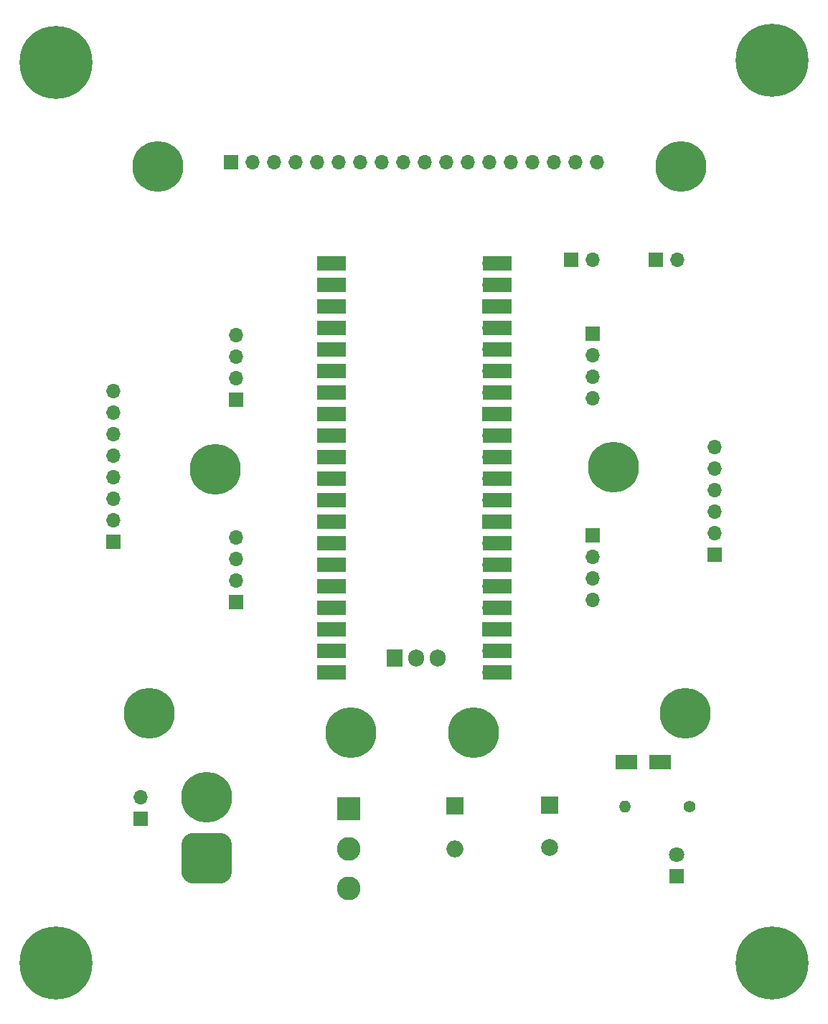
<source format=gbr>
%TF.GenerationSoftware,KiCad,Pcbnew,(6.0.9)*%
%TF.CreationDate,2022-12-13T13:02:29-05:00*%
%TF.ProjectId,Team5_Coaster_post_mdr,5465616d-355f-4436-9f61-737465725f70,rev?*%
%TF.SameCoordinates,Original*%
%TF.FileFunction,Soldermask,Top*%
%TF.FilePolarity,Negative*%
%FSLAX46Y46*%
G04 Gerber Fmt 4.6, Leading zero omitted, Abs format (unit mm)*
G04 Created by KiCad (PCBNEW (6.0.9)) date 2022-12-13 13:02:29*
%MOMM*%
%LPD*%
G01*
G04 APERTURE LIST*
G04 Aperture macros list*
%AMRoundRect*
0 Rectangle with rounded corners*
0 $1 Rounding radius*
0 $2 $3 $4 $5 $6 $7 $8 $9 X,Y pos of 4 corners*
0 Add a 4 corners polygon primitive as box body*
4,1,4,$2,$3,$4,$5,$6,$7,$8,$9,$2,$3,0*
0 Add four circle primitives for the rounded corners*
1,1,$1+$1,$2,$3*
1,1,$1+$1,$4,$5*
1,1,$1+$1,$6,$7*
1,1,$1+$1,$8,$9*
0 Add four rect primitives between the rounded corners*
20,1,$1+$1,$2,$3,$4,$5,0*
20,1,$1+$1,$4,$5,$6,$7,0*
20,1,$1+$1,$6,$7,$8,$9,0*
20,1,$1+$1,$8,$9,$2,$3,0*%
G04 Aperture macros list end*
%ADD10C,6.000000*%
%ADD11R,1.700000X1.700000*%
%ADD12O,1.700000X1.700000*%
%ADD13R,2.794000X2.794000*%
%ADD14C,2.794000*%
%ADD15C,0.900000*%
%ADD16C,8.600000*%
%ADD17R,2.500000X1.700000*%
%ADD18R,1.800000X1.800000*%
%ADD19C,1.800000*%
%ADD20R,2.000000X2.000000*%
%ADD21O,2.000000X2.000000*%
%ADD22C,2.000000*%
%ADD23R,1.905000X2.000000*%
%ADD24O,1.905000X2.000000*%
%ADD25RoundRect,1.500000X1.500000X-1.500000X1.500000X1.500000X-1.500000X1.500000X-1.500000X-1.500000X0*%
%ADD26C,1.400000*%
%ADD27O,1.400000X1.400000*%
%ADD28R,3.500000X1.700000*%
G04 APERTURE END LIST*
D10*
%TO.C,J11*%
X95500000Y-131750000D03*
%TD*%
D11*
%TO.C,RF1*%
X147775000Y-86950000D03*
D12*
X147775000Y-89490000D03*
X147775000Y-92030000D03*
X147775000Y-94570000D03*
%TD*%
D10*
%TO.C,J15*%
X158250000Y-67250000D03*
%TD*%
D13*
%TO.C,SW1*%
X119000000Y-143051000D03*
D14*
X119000000Y-147750000D03*
X119000000Y-152449000D03*
%TD*%
D11*
%TO.C,J13*%
X155250000Y-78225000D03*
D12*
X157790000Y-78225000D03*
%TD*%
D15*
%TO.C,H3*%
X172225000Y-161250000D03*
D16*
X169000000Y-161250000D03*
D15*
X171280419Y-158969581D03*
X169000000Y-164475000D03*
X166719581Y-163530419D03*
X165775000Y-161250000D03*
X166719581Y-158969581D03*
X171280419Y-163530419D03*
X169000000Y-158025000D03*
%TD*%
D11*
%TO.C,J9*%
X91250000Y-111490000D03*
D12*
X91250000Y-108950000D03*
X91250000Y-106410000D03*
X91250000Y-103870000D03*
X91250000Y-101330000D03*
X91250000Y-98790000D03*
X91250000Y-96250000D03*
X91250000Y-93710000D03*
%TD*%
D17*
%TO.C,Z1*%
X155750000Y-137500000D03*
X151750000Y-137500000D03*
%TD*%
D18*
%TO.C,D3*%
X157750000Y-151025000D03*
D19*
X157750000Y-148485000D03*
%TD*%
D20*
%TO.C,D1*%
X131555000Y-142695354D03*
D21*
X131555000Y-147775354D03*
%TD*%
D15*
%TO.C,H1*%
X84500000Y-51775000D03*
X86780419Y-52719581D03*
D16*
X84500000Y-55000000D03*
D15*
X87725000Y-55000000D03*
X82219581Y-57280419D03*
X81275000Y-55000000D03*
X84500000Y-58225000D03*
X86780419Y-57280419D03*
X82219581Y-52719581D03*
%TD*%
D10*
%TO.C,J14*%
X158750000Y-131750000D03*
%TD*%
%TO.C,J12*%
X103250000Y-103000000D03*
%TD*%
D11*
%TO.C,J8*%
X105175000Y-66725000D03*
D12*
X107715000Y-66725000D03*
X110255000Y-66725000D03*
X112795000Y-66725000D03*
X115335000Y-66725000D03*
X117875000Y-66725000D03*
X120415000Y-66725000D03*
X122955000Y-66725000D03*
X125495000Y-66725000D03*
X128035000Y-66725000D03*
X130575000Y-66725000D03*
X133115000Y-66725000D03*
X135655000Y-66725000D03*
X138195000Y-66725000D03*
X140735000Y-66725000D03*
X143275000Y-66725000D03*
X145815000Y-66725000D03*
X148355000Y-66725000D03*
%TD*%
D20*
%TO.C,C1*%
X142750000Y-142632323D03*
D22*
X142750000Y-147632323D03*
%TD*%
D10*
%TO.C,J5*%
X96500000Y-67250000D03*
%TD*%
D23*
%TO.C,U2*%
X124460000Y-125222500D03*
D24*
X127000000Y-125222500D03*
X129540000Y-125222500D03*
%TD*%
D11*
%TO.C,J2*%
X162225000Y-113075000D03*
D12*
X162225000Y-110535000D03*
X162225000Y-107995000D03*
X162225000Y-105455000D03*
X162225000Y-102915000D03*
X162225000Y-100375000D03*
%TD*%
D11*
%TO.C,J4*%
X145250000Y-78252500D03*
D12*
X147790000Y-78252500D03*
%TD*%
D16*
%TO.C,H2*%
X169000000Y-54750000D03*
D15*
X172225000Y-54750000D03*
X166719581Y-57030419D03*
X169000000Y-51525000D03*
X171280419Y-52469581D03*
X165775000Y-54750000D03*
X169000000Y-57975000D03*
X166719581Y-52469581D03*
X171280419Y-57030419D03*
%TD*%
D25*
%TO.C,J1*%
X102250000Y-148850000D03*
D10*
X102250000Y-141650000D03*
%TD*%
D11*
%TO.C,J6*%
X94475000Y-144250000D03*
D12*
X94475000Y-141710000D03*
%TD*%
D26*
%TO.C,R1*%
X159250000Y-142750000D03*
D27*
X151630000Y-142750000D03*
%TD*%
D11*
%TO.C,LB1*%
X105725000Y-118620000D03*
D12*
X105725000Y-116080000D03*
X105725000Y-113540000D03*
X105725000Y-111000000D03*
%TD*%
D15*
%TO.C,H4*%
X82219581Y-163530419D03*
X86780419Y-158969581D03*
D16*
X84500000Y-161250000D03*
D15*
X82219581Y-158969581D03*
X87725000Y-161250000D03*
X86780419Y-163530419D03*
X84500000Y-158025000D03*
X81275000Y-161250000D03*
X84500000Y-164475000D03*
%TD*%
D11*
%TO.C,LF1*%
X105725000Y-94800000D03*
D12*
X105725000Y-92260000D03*
X105725000Y-89720000D03*
X105725000Y-87180000D03*
%TD*%
D10*
%TO.C,J7*%
X119250000Y-134027500D03*
%TD*%
%TO.C,J3*%
X133750000Y-134027500D03*
%TD*%
%TO.C,J10*%
X150250000Y-102750000D03*
%TD*%
D11*
%TO.C,RB1*%
X147775000Y-110750000D03*
D12*
X147775000Y-113290000D03*
X147775000Y-115830000D03*
X147775000Y-118370000D03*
%TD*%
%TO.C,U1*%
X117860000Y-78647500D03*
D28*
X116960000Y-78647500D03*
D12*
X117860000Y-81187500D03*
D28*
X116960000Y-81187500D03*
D11*
X117860000Y-83727500D03*
D28*
X116960000Y-83727500D03*
X116960000Y-86267500D03*
D12*
X117860000Y-86267500D03*
X117860000Y-88807500D03*
D28*
X116960000Y-88807500D03*
X116960000Y-91347500D03*
D12*
X117860000Y-91347500D03*
D28*
X116960000Y-93887500D03*
D12*
X117860000Y-93887500D03*
D28*
X116960000Y-96427500D03*
D11*
X117860000Y-96427500D03*
D28*
X116960000Y-98967500D03*
D12*
X117860000Y-98967500D03*
D28*
X116960000Y-101507500D03*
D12*
X117860000Y-101507500D03*
D28*
X116960000Y-104047500D03*
D12*
X117860000Y-104047500D03*
D28*
X116960000Y-106587500D03*
D12*
X117860000Y-106587500D03*
D28*
X116960000Y-109127500D03*
D11*
X117860000Y-109127500D03*
D28*
X116960000Y-111667500D03*
D12*
X117860000Y-111667500D03*
X117860000Y-114207500D03*
D28*
X116960000Y-114207500D03*
D12*
X117860000Y-116747500D03*
D28*
X116960000Y-116747500D03*
D12*
X117860000Y-119287500D03*
D28*
X116960000Y-119287500D03*
X116960000Y-121827500D03*
D11*
X117860000Y-121827500D03*
D12*
X117860000Y-124367500D03*
D28*
X116960000Y-124367500D03*
D12*
X117860000Y-126907500D03*
D28*
X116960000Y-126907500D03*
D12*
X135640000Y-126907500D03*
D28*
X136540000Y-126907500D03*
X136540000Y-124367500D03*
D12*
X135640000Y-124367500D03*
D28*
X136540000Y-121827500D03*
D11*
X135640000Y-121827500D03*
D28*
X136540000Y-119287500D03*
D12*
X135640000Y-119287500D03*
X135640000Y-116747500D03*
D28*
X136540000Y-116747500D03*
D12*
X135640000Y-114207500D03*
D28*
X136540000Y-114207500D03*
D12*
X135640000Y-111667500D03*
D28*
X136540000Y-111667500D03*
X136540000Y-109127500D03*
D11*
X135640000Y-109127500D03*
D28*
X136540000Y-106587500D03*
D12*
X135640000Y-106587500D03*
X135640000Y-104047500D03*
D28*
X136540000Y-104047500D03*
D12*
X135640000Y-101507500D03*
D28*
X136540000Y-101507500D03*
X136540000Y-98967500D03*
D12*
X135640000Y-98967500D03*
D11*
X135640000Y-96427500D03*
D28*
X136540000Y-96427500D03*
D12*
X135640000Y-93887500D03*
D28*
X136540000Y-93887500D03*
D12*
X135640000Y-91347500D03*
D28*
X136540000Y-91347500D03*
X136540000Y-88807500D03*
D12*
X135640000Y-88807500D03*
D28*
X136540000Y-86267500D03*
D12*
X135640000Y-86267500D03*
D11*
X135640000Y-83727500D03*
D28*
X136540000Y-83727500D03*
X136540000Y-81187500D03*
D12*
X135640000Y-81187500D03*
D28*
X136540000Y-78647500D03*
D12*
X135640000Y-78647500D03*
%TD*%
M02*

</source>
